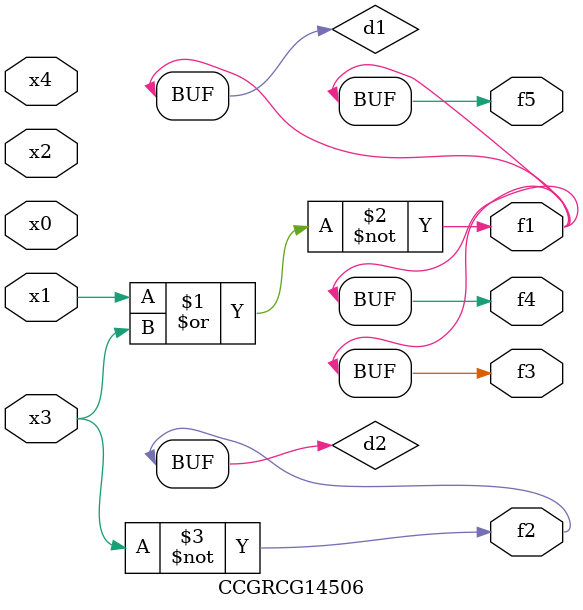
<source format=v>
module CCGRCG14506(
	input x0, x1, x2, x3, x4,
	output f1, f2, f3, f4, f5
);

	wire d1, d2;

	nor (d1, x1, x3);
	not (d2, x3);
	assign f1 = d1;
	assign f2 = d2;
	assign f3 = d1;
	assign f4 = d1;
	assign f5 = d1;
endmodule

</source>
